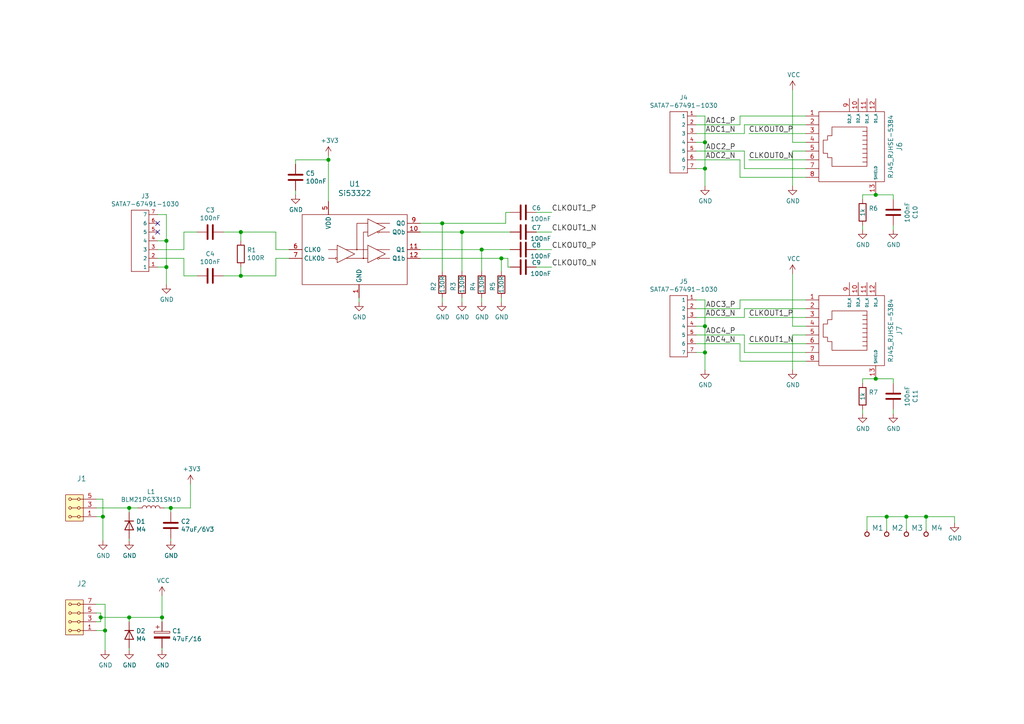
<source format=kicad_sch>
(kicad_sch (version 20210615) (generator eeschema)
  (paper "A4")
  (title_block (title "RFIQINT02A") (date "2021-04-14") (company "jacho@mlab.cz"))
  (lib_symbols
    (symbol "Device:C" (pin_numbers hide) (pin_names (offset 0.254))
      (property "Reference" "C" (at 0.635 2.54 0))
      (property "Value" "C" (at 0.635 -2.54 0))
      (symbol "C_0_1"
        (polyline (pts (xy -2.032 -0.762) (xy 2.032 -0.762)) (stroke (width 0.508)))
        (polyline (pts (xy -2.032 0.762) (xy 2.032 0.762)) (stroke (width 0.508)))
      )
      (symbol "C_1_1"
        (pin passive line (at 0 3.81 270) (length 2.794) (name "~") (number "1"))
        (pin passive line (at 0 -3.81 90) (length 2.794) (name "~") (number "2"))
      )
    )
    (symbol "Device:CP" (pin_numbers hide) (pin_names (offset 0.254))
      (property "Reference" "C" (at 0.635 2.54 0))
      (property "Value" "CP" (at 0.635 -2.54 0))
      (symbol "CP_0_1"
        (rectangle (start -2.286 0.508) (end 2.286 1.016))
        (rectangle (start 2.286 -0.508) (end -2.286 -1.016) (fill (type outline)))
        (polyline (pts (xy -1.778 2.286) (xy -0.762 2.286)))
        (polyline (pts (xy -1.27 2.794) (xy -1.27 1.778)))
      )
      (symbol "CP_1_1"
        (pin passive line (at 0 3.81 270) (length 2.794) (name "~") (number "1"))
        (pin passive line (at 0 -3.81 90) (length 2.794) (name "~") (number "2"))
      )
    )
    (symbol "Device:D" (pin_numbers hide) (pin_names hide)
      (property "Reference" "D" (at 0 2.54 0))
      (property "Value" "D" (at 0 -2.54 0))
      (symbol "D_0_1"
        (polyline (pts (xy -1.27 1.27) (xy -1.27 -1.27)) (stroke (width 0.254)))
        (polyline (pts (xy 1.27 0) (xy -1.27 0)))
        (polyline (pts (xy 1.27 1.27) (xy 1.27 -1.27) (xy -1.27 0) (xy 1.27 1.27)) (stroke (width 0.254)))
      )
      (symbol "D_1_1"
        (pin passive line (at -3.81 0 0) (length 2.54) (name "K") (number "1"))
        (pin passive line (at 3.81 0 180) (length 2.54) (name "A") (number "2"))
      )
    )
    (symbol "Device:L" (pin_numbers hide) (pin_names hide)
      (property "Reference" "L" (at -1.27 0 90))
      (property "Value" "L" (at 1.905 0 90))
      (symbol "L_0_1"
        (arc (start 0 -2.54) (end 0 -1.27) (radius (at 0 -1.905) (length 0.635) (angles -89.9 89.9)))
        (arc (start 0 -1.27) (end 0 0) (radius (at 0 -0.635) (length 0.635) (angles -89.9 89.9)))
        (arc (start 0 0) (end 0 1.27) (radius (at 0 0.635) (length 0.635) (angles -89.9 89.9)))
        (arc (start 0 1.27) (end 0 2.54) (radius (at 0 1.905) (length 0.635) (angles -89.9 89.9)))
      )
      (symbol "L_1_1"
        (pin passive line (at 0 3.81 270) (length 1.27) (name "1") (number "1"))
        (pin passive line (at 0 -3.81 90) (length 1.27) (name "2") (number "2"))
      )
    )
    (symbol "Device:R" (pin_numbers hide) (pin_names (offset 0))
      (property "Reference" "R" (at 2.032 0 90))
      (property "Value" "R" (at 0 0 90))
      (symbol "R_0_1"
        (rectangle (start -1.016 -2.54) (end 1.016 2.54) (stroke (width 0.254)))
      )
      (symbol "R_1_1"
        (pin passive line (at 0 3.81 270) (length 1.27) (name "~") (number "1"))
        (pin passive line (at 0 -3.81 90) (length 1.27) (name "~") (number "2"))
      )
    )
    (symbol "MLAB_CONNECTORS:RJ45_RJHSE-5384"
      (property "Reference" "J" (at -8.89 12.7 0))
      (property "Value" "RJ45_RJHSE-5384" (at 11.43 -1.27 90))
      (symbol "RJ45_RJHSE-5384_0_1"
        (rectangle (start -10.16 -7.62) (end 10.16 11.43))
        (polyline (pts (xy -4.445 5.08) (xy -4.445 6.35) (xy -4.445 6.35)))
        (polyline (pts (xy -3.175 6.35) (xy -3.175 5.08) (xy -3.175 5.08)))
        (polyline (pts (xy -1.905 6.35) (xy -1.905 5.08) (xy -1.905 5.08)))
        (polyline (pts (xy -0.635 6.35) (xy -0.635 5.08) (xy -0.635 5.08)))
        (polyline (pts (xy 0.635 6.35) (xy 0.635 5.08) (xy 0.635 5.08)))
        (polyline (pts (xy 1.905 6.35) (xy 1.905 5.08) (xy 1.905 5.08)))
        (polyline (pts (xy 3.175 5.08) (xy 3.175 6.35) (xy 3.175 6.35)))
        (polyline (pts (xy 4.445 5.08) (xy 4.445 6.35) (xy 4.445 6.35)))
        (polyline (pts (xy -5.715 6.35) (xy 5.715 6.35) (xy 5.715 -3.81) (xy 3.175 -3.81) (xy 3.175 -5.08) (xy 1.905 -5.08) (xy 1.905 -6.35) (xy -1.905 -6.35) (xy -1.905 -5.08) (xy -3.175 -5.08) (xy -3.175 -3.81) (xy -5.715 -3.81) (xy -5.715 6.35) (xy -5.715 6.35)))
      )
      (symbol "RJ45_RJHSE-5384_1_1"
        (pin passive line (at -8.89 -11.43 90) (length 3.81) (name "~") (number "1"))
        (pin unspecified line (at -13.97 3.81 0) (length 3.81) (name "D2_A") (number "10"))
        (pin unspecified line (at -13.97 6.35 0) (length 3.81) (name "D1_K") (number "11"))
        (pin unspecified line (at -13.97 8.89 0) (length 3.81) (name "D1_A") (number "12"))
        (pin passive line (at 13.97 8.89 180) (length 3.81) (name "SHIELD") (number "13"))
        (pin passive line (at -6.35 -11.43 90) (length 3.81) (name "~") (number "2"))
        (pin passive line (at -3.81 -11.43 90) (length 3.81) (name "~") (number "3"))
        (pin passive line (at -1.27 -11.43 90) (length 3.81) (name "~") (number "4"))
        (pin passive line (at 1.27 -11.43 90) (length 3.81) (name "~") (number "5"))
        (pin passive line (at 3.81 -11.43 90) (length 3.81) (name "~") (number "6"))
        (pin passive line (at 6.35 -11.43 90) (length 3.81) (name "~") (number "7"))
        (pin passive line (at 8.89 -11.43 90) (length 3.81) (name "~") (number "8"))
        (pin unspecified line (at -13.97 1.27 0) (length 3.81) (name "D2_K") (number "9"))
      )
    )
    (symbol "MLAB_CONNECTORS:SATA7-67491-1030"
      (property "Reference" "J" (at -2.54 10.16 0))
      (property "Value" "SATA7-67491-1030" (at -2.54 -11.43 0))
      (symbol "SATA7-67491-1030_1_0"
        (polyline (pts (xy -2.54 -8.89) (xy 2.54 -8.89)))
        (polyline (pts (xy -2.54 8.89) (xy -2.54 -8.89)))
        (polyline (pts (xy 2.54 -8.89) (xy 2.54 8.89)))
        (polyline (pts (xy 2.54 8.89) (xy -2.54 8.89)))
      )
      (symbol "SATA7-67491-1030_1_1"
        (pin passive line (at -5.08 7.62 0) (length 2.54) (name "1") (number "1"))
        (pin passive line (at -5.08 5.08 0) (length 2.54) (name "2") (number "2"))
        (pin passive line (at -5.08 2.54 0) (length 2.54) (name "3") (number "3"))
        (pin passive line (at -5.08 0 0) (length 2.54) (name "4") (number "4"))
        (pin passive line (at -5.08 -2.54 0) (length 2.54) (name "5") (number "5"))
        (pin passive line (at -5.08 -5.08 0) (length 2.54) (name "6") (number "6"))
        (pin passive line (at -5.08 -7.62 0) (length 2.54) (name "7") (number "7"))
      )
    )
    (symbol "MLAB_HEADER:HEADER_2x03_PARALLEL"
      (property "Reference" "J" (at 0 -5.08 0))
      (property "Value" "HEADER_2x03_PARALLEL" (at 0 5.08 0))
      (symbol "HEADER_2x03_PARALLEL_0_1"
        (circle (center -1.27 -2.54) (radius 0.381))
        (circle (center -1.27 0) (radius 0.381))
        (circle (center -1.27 2.54) (radius 0.381))
        (circle (center 1.27 -2.54) (radius 0.381))
        (circle (center 1.27 0) (radius 0.381))
        (circle (center 1.27 2.54) (radius 0.381))
        (rectangle (start -2.54 3.81) (end 2.54 -3.81) (fill (type background)))
        (polyline (pts (xy -1.651 -2.54) (xy -2.54 -2.54)))
        (polyline (pts (xy -1.651 0) (xy -2.54 0)))
        (polyline (pts (xy -1.651 2.54) (xy -2.54 2.54)))
        (polyline (pts (xy -0.889 -2.54) (xy 0.889 -2.54)))
        (polyline (pts (xy -0.889 0) (xy 0.889 0)))
        (polyline (pts (xy -0.889 2.54) (xy 0.889 2.54)))
      )
      (symbol "HEADER_2x03_PARALLEL_1_1"
        (pin input line (at -6.35 2.54 0) (length 3.81) (name "~") (number "1"))
        (pin input line (at -6.35 2.54 0) (length 3.81) hide (name "~") (number "2"))
        (pin input line (at -6.35 0 0) (length 3.81) (name "~") (number "3"))
        (pin input line (at -6.35 0 0) (length 3.81) hide (name "~") (number "4"))
        (pin input line (at -6.35 -2.54 0) (length 3.81) (name "~") (number "5"))
        (pin input line (at -6.35 -2.54 0) (length 3.81) hide (name "~") (number "6"))
      )
    )
    (symbol "MLAB_HEADER:HEADER_2x04_PARALLEL"
      (property "Reference" "J" (at 0 -6.35 0))
      (property "Value" "HEADER_2x04_PARALLEL" (at 0 6.35 0))
      (symbol "HEADER_2x04_PARALLEL_0_1"
        (circle (center -1.27 -3.81) (radius 0.381))
        (circle (center -1.27 -1.27) (radius 0.381))
        (circle (center -1.27 1.27) (radius 0.381))
        (circle (center -1.27 3.81) (radius 0.381))
        (circle (center 1.27 -3.81) (radius 0.381))
        (circle (center 1.27 -1.27) (radius 0.381))
        (circle (center 1.27 1.27) (radius 0.381))
        (circle (center 1.27 3.81) (radius 0.381))
        (rectangle (start -2.54 5.08) (end 2.54 -5.08) (fill (type background)))
        (polyline (pts (xy -1.651 -3.81) (xy -2.54 -3.81)))
        (polyline (pts (xy -1.651 -1.27) (xy -2.54 -1.27)))
        (polyline (pts (xy -1.651 1.27) (xy -2.54 1.27)))
        (polyline (pts (xy -1.651 3.81) (xy -2.54 3.81)))
        (polyline (pts (xy -0.889 -3.81) (xy 0.889 -3.81)))
        (polyline (pts (xy -0.889 -1.27) (xy 0.889 -1.27)))
        (polyline (pts (xy -0.889 1.27) (xy 0.889 1.27)))
        (polyline (pts (xy -0.889 3.81) (xy 0.889 3.81)))
      )
      (symbol "HEADER_2x04_PARALLEL_1_1"
        (pin input line (at -6.35 3.81 0) (length 3.81) (name "~") (number "1"))
        (pin input line (at -6.35 3.81 0) (length 3.81) hide (name "~") (number "2"))
        (pin input line (at -6.35 1.27 0) (length 3.81) (name "~") (number "3"))
        (pin input line (at -6.35 1.27 0) (length 3.81) hide (name "~") (number "4"))
        (pin input line (at -6.35 -1.27 0) (length 3.81) (name "~") (number "5"))
        (pin input line (at -6.35 -1.27 0) (length 3.81) hide (name "~") (number "6"))
        (pin input line (at -6.35 -3.81 0) (length 3.81) (name "~") (number "7"))
        (pin input line (at -6.35 -3.81 0) (length 3.81) hide (name "~") (number "8"))
      )
    )
    (symbol "MLAB_IO:Si53322"
      (property "Reference" "U" (at -17.78 10.16 0))
      (property "Value" "Si53322" (at 7.62 -10.16 0))
      (symbol "Si53322_0_1"
        (circle (center -0.635 -2.54) (radius 0.127))
        (circle (center 1.27 -5.08) (radius 0.127))
        (circle (center -6.604 -5.08) (radius 0.254) (fill (type background)))
        (circle (center 5.588 -5.08) (radius 0.254) (fill (type background)))
        (circle (center 5.588 2.54) (radius 0.254) (fill (type background)))
        (rectangle (start -16.51 7.62) (end 13.97 -12.7))
        (polyline (pts (xy -8.89 -5.08) (xy -6.858 -5.08)))
        (polyline (pts (xy -8.89 -2.54) (xy -6.35 -2.54)))
        (polyline (pts (xy 2.54 -5.08) (xy -3.81 -5.08)))
        (polyline (pts (xy 6.35 -5.08) (xy 5.842 -5.08)))
        (polyline (pts (xy 6.35 -2.54) (xy 5.08 -2.54)))
        (polyline (pts (xy 6.35 2.54) (xy 5.842 2.54)))
        (polyline (pts (xy 6.35 5.08) (xy 5.08 5.08)))
        (polyline (pts (xy 8.89 -5.08) (xy 6.35 -5.08)))
        (polyline (pts (xy 8.89 -2.54) (xy 6.35 -2.54)))
        (polyline (pts (xy 8.89 2.54) (xy 6.35 2.54)))
        (polyline (pts (xy 8.89 5.08) (xy 6.35 5.08)))
        (polyline (pts (xy 2.54 -2.54) (xy 0 -2.54) (xy -3.81 -2.54)))
        (polyline (pts (xy 2.54 2.54) (xy 1.27 2.54) (xy 1.27 -5.08)))
        (polyline (pts (xy 2.54 5.08) (xy -0.635 5.08) (xy -0.635 -2.54)))
        (polyline (pts (xy -6.35 -1.27) (xy -6.35 -6.35) (xy -1.27 -3.81) (xy -6.35 -1.27)))
        (polyline (pts (xy 2.54 -1.27) (xy 2.54 -6.35) (xy 7.62 -3.81) (xy 2.54 -1.27)))
        (polyline (pts (xy 2.54 6.35) (xy 2.54 1.27) (xy 7.62 3.81) (xy 2.54 6.35)))
      )
      (symbol "Si53322_1_1"
        (pin input line (at 0 -16.51 90) (length 3.81) (name "GND") (number "1"))
        (pin input line (at 17.78 2.54 180) (length 3.81) (name "Q0b") (number "10"))
        (pin input line (at 17.78 -2.54 180) (length 3.81) (name "Q1") (number "11"))
        (pin input line (at 17.78 -5.08 180) (length 3.81) (name "Q1b") (number "12"))
        (pin input line (at 0 -16.51 90) (length 3.81) hide (name "GND") (number "17"))
        (pin input line (at -8.89 11.43 270) (length 3.81) (name "VDD") (number "5"))
        (pin input line (at -20.32 -2.54 0) (length 3.81) (name "CLK0") (number "6"))
        (pin input line (at -20.32 -5.08 0) (length 3.81) (name "CLK0b") (number "7"))
        (pin input line (at 17.78 5.08 180) (length 3.81) (name "Q0") (number "9"))
      )
    )
    (symbol "MLAB_MECHANICAL:HOLE" (pin_numbers hide) (pin_names hide)
      (property "Reference" "M" (at 0 2.54 0))
      (property "Value" "HOLE" (at 0 -2.54 0))
      (symbol "HOLE_0_1"
        (circle (center 0 0) (radius 0.635) (stroke (width 0.254)))
      )
      (symbol "HOLE_1_1"
        (pin input line (at 1.27 0 180) (length 0.635) (name "~") (number "1"))
      )
    )
    (symbol "power:+3V3" (power) (pin_names (offset 0))
      (property "Value" "+3V3" (at 0 3.556 0))
      (symbol "+3V3_0_1"
        (polyline (pts (xy -0.762 1.27) (xy 0 2.54)))
        (polyline (pts (xy 0 0) (xy 0 2.54)))
        (polyline (pts (xy 0 2.54) (xy 0.762 1.27)))
      )
      (symbol "+3V3_1_1"
        (pin power_in line (at 0 0 90) (length 0) hide (name "+3V3") (number "1"))
      )
    )
    (symbol "power:GND" (power) (pin_names (offset 0))
      (property "Value" "GND" (at 0 -3.81 0))
      (symbol "GND_0_1"
        (polyline (pts (xy 0 0) (xy 0 -1.27) (xy 1.27 -1.27) (xy 0 -2.54) (xy -1.27 -1.27) (xy 0 -1.27)))
      )
      (symbol "GND_1_1"
        (pin power_in line (at 0 0 270) (length 0) hide (name "GND") (number "1"))
      )
    )
    (symbol "power:VCC" (power) (pin_names (offset 0))
      (property "Value" "VCC" (at 0 3.81 0))
      (symbol "VCC_0_1"
        (polyline (pts (xy -0.762 1.27) (xy 0 2.54)))
        (polyline (pts (xy 0 0) (xy 0 2.54)))
        (polyline (pts (xy 0 2.54) (xy 0.762 1.27)))
      )
      (symbol "VCC_1_1"
        (pin power_in line (at 0 0 90) (length 0) hide (name "VCC") (number "1"))
      )
    )
  )
  (junction (at 29.21 179.07) (diameter 1.016))
  (junction (at 29.845 149.86) (diameter 1.016))
  (junction (at 30.48 182.88) (diameter 1.016))
  (junction (at 37.465 147.32) (diameter 1.016))
  (junction (at 37.465 179.07) (diameter 1.016))
  (junction (at 46.99 179.07) (diameter 1.016))
  (junction (at 48.26 69.85) (diameter 1.016))
  (junction (at 48.26 77.47) (diameter 1.016))
  (junction (at 49.53 147.32) (diameter 1.016))
  (junction (at 69.85 67.31) (diameter 1.016))
  (junction (at 69.85 80.01) (diameter 1.016))
  (junction (at 95.25 46.355) (diameter 1.016))
  (junction (at 128.27 64.77) (diameter 1.016))
  (junction (at 133.985 67.31) (diameter 1.016))
  (junction (at 139.7 72.39) (diameter 1.016))
  (junction (at 145.415 74.93) (diameter 1.016))
  (junction (at 204.47 41.275) (diameter 1.016))
  (junction (at 204.47 48.895) (diameter 1.016))
  (junction (at 204.47 94.615) (diameter 1.016))
  (junction (at 204.47 102.235) (diameter 1.016))
  (junction (at 254 56.515) (diameter 1.016))
  (junction (at 254 109.855) (diameter 1.016))
  (junction (at 257.175 149.86) (diameter 1.016))
  (junction (at 262.89 149.86) (diameter 1.016))
  (junction (at 268.605 149.86) (diameter 1.016))
  (no_connect (at 45.72 64.77))
  (no_connect (at 45.72 67.31))
  (wire (pts (xy 27.94 144.78) (xy 29.845 144.78)))
  (wire (pts (xy 27.94 147.32) (xy 37.465 147.32)))
  (wire (pts (xy 27.94 149.86) (xy 29.845 149.86)))
  (wire (pts (xy 27.94 175.26) (xy 30.48 175.26)))
  (wire (pts (xy 27.94 177.8) (xy 29.21 177.8)))
  (wire (pts (xy 27.94 180.34) (xy 29.21 180.34)))
  (wire (pts (xy 29.21 177.8) (xy 29.21 179.07)))
  (wire (pts (xy 29.21 179.07) (xy 29.21 180.34)))
  (wire (pts (xy 29.21 179.07) (xy 37.465 179.07)))
  (wire (pts (xy 29.845 144.78) (xy 29.845 149.86)))
  (wire (pts (xy 29.845 149.86) (xy 29.845 156.845)))
  (wire (pts (xy 30.48 175.26) (xy 30.48 182.88)))
  (wire (pts (xy 30.48 182.88) (xy 27.94 182.88)))
  (wire (pts (xy 30.48 182.88) (xy 30.48 188.595)))
  (wire (pts (xy 37.465 147.32) (xy 37.465 148.59)))
  (wire (pts (xy 37.465 147.32) (xy 40.005 147.32)))
  (wire (pts (xy 37.465 156.21) (xy 37.465 156.845)))
  (wire (pts (xy 37.465 179.07) (xy 37.465 180.34)))
  (wire (pts (xy 37.465 179.07) (xy 46.99 179.07)))
  (wire (pts (xy 37.465 187.96) (xy 37.465 188.595)))
  (wire (pts (xy 45.72 62.23) (xy 48.26 62.23)))
  (wire (pts (xy 45.72 69.85) (xy 48.26 69.85)))
  (wire (pts (xy 45.72 72.39) (xy 53.34 72.39)))
  (wire (pts (xy 45.72 74.93) (xy 53.34 74.93)))
  (wire (pts (xy 45.72 77.47) (xy 48.26 77.47)))
  (wire (pts (xy 46.99 172.72) (xy 46.99 179.07)))
  (wire (pts (xy 46.99 179.07) (xy 46.99 180.34)))
  (wire (pts (xy 46.99 187.96) (xy 46.99 188.595)))
  (wire (pts (xy 47.625 147.32) (xy 49.53 147.32)))
  (wire (pts (xy 48.26 62.23) (xy 48.26 69.85)))
  (wire (pts (xy 48.26 69.85) (xy 48.26 77.47)))
  (wire (pts (xy 48.26 77.47) (xy 48.26 82.55)))
  (wire (pts (xy 49.53 147.32) (xy 49.53 148.59)))
  (wire (pts (xy 49.53 147.32) (xy 55.245 147.32)))
  (wire (pts (xy 49.53 156.21) (xy 49.53 156.845)))
  (wire (pts (xy 53.34 67.31) (xy 57.15 67.31)))
  (wire (pts (xy 53.34 72.39) (xy 53.34 67.31)))
  (wire (pts (xy 53.34 74.93) (xy 53.34 80.01)))
  (wire (pts (xy 53.34 80.01) (xy 57.15 80.01)))
  (wire (pts (xy 55.245 147.32) (xy 55.245 140.335)))
  (wire (pts (xy 64.77 67.31) (xy 69.85 67.31)))
  (wire (pts (xy 64.77 80.01) (xy 69.85 80.01)))
  (wire (pts (xy 69.85 67.31) (xy 69.85 69.85)))
  (wire (pts (xy 69.85 67.31) (xy 80.01 67.31)))
  (wire (pts (xy 69.85 80.01) (xy 69.85 77.47)))
  (wire (pts (xy 69.85 80.01) (xy 80.01 80.01)))
  (wire (pts (xy 80.01 67.31) (xy 80.01 72.39)))
  (wire (pts (xy 80.01 72.39) (xy 83.82 72.39)))
  (wire (pts (xy 80.01 74.93) (xy 83.82 74.93)))
  (wire (pts (xy 80.01 80.01) (xy 80.01 74.93)))
  (wire (pts (xy 85.725 46.355) (xy 95.25 46.355)))
  (wire (pts (xy 85.725 47.625) (xy 85.725 46.355)))
  (wire (pts (xy 85.725 55.245) (xy 85.725 56.515)))
  (wire (pts (xy 95.25 45.085) (xy 95.25 46.355)))
  (wire (pts (xy 95.25 46.355) (xy 95.25 58.42)))
  (wire (pts (xy 104.14 86.36) (xy 104.14 87.63)))
  (wire (pts (xy 121.92 64.77) (xy 128.27 64.77)))
  (wire (pts (xy 121.92 67.31) (xy 133.985 67.31)))
  (wire (pts (xy 121.92 72.39) (xy 139.7 72.39)))
  (wire (pts (xy 121.92 74.93) (xy 145.415 74.93)))
  (wire (pts (xy 128.27 64.77) (xy 128.27 78.74)))
  (wire (pts (xy 128.27 64.77) (xy 146.685 64.77)))
  (wire (pts (xy 128.27 86.36) (xy 128.27 87.63)))
  (wire (pts (xy 133.985 67.31) (xy 133.985 78.74)))
  (wire (pts (xy 133.985 67.31) (xy 147.955 67.31)))
  (wire (pts (xy 133.985 86.36) (xy 133.985 87.63)))
  (wire (pts (xy 139.7 72.39) (xy 139.7 78.74)))
  (wire (pts (xy 139.7 72.39) (xy 147.955 72.39)))
  (wire (pts (xy 139.7 86.36) (xy 139.7 87.63)))
  (wire (pts (xy 145.415 74.93) (xy 145.415 78.74)))
  (wire (pts (xy 145.415 74.93) (xy 147.32 74.93)))
  (wire (pts (xy 145.415 86.36) (xy 145.415 87.63)))
  (wire (pts (xy 146.685 61.595) (xy 147.955 61.595)))
  (wire (pts (xy 146.685 64.77) (xy 146.685 61.595)))
  (wire (pts (xy 147.32 74.93) (xy 147.32 77.47)))
  (wire (pts (xy 147.32 77.47) (xy 147.955 77.47)))
  (wire (pts (xy 155.575 61.595) (xy 160.02 61.595)))
  (wire (pts (xy 155.575 67.31) (xy 160.02 67.31)))
  (wire (pts (xy 155.575 72.39) (xy 160.02 72.39)))
  (wire (pts (xy 155.575 77.47) (xy 160.02 77.47)))
  (wire (pts (xy 201.93 33.655) (xy 204.47 33.655)))
  (wire (pts (xy 201.93 36.195) (xy 214.63 36.195)))
  (wire (pts (xy 201.93 38.735) (xy 215.9 38.735)))
  (wire (pts (xy 201.93 41.275) (xy 204.47 41.275)))
  (wire (pts (xy 201.93 43.815) (xy 215.9 43.815)))
  (wire (pts (xy 201.93 48.895) (xy 204.47 48.895)))
  (wire (pts (xy 201.93 86.995) (xy 204.47 86.995)))
  (wire (pts (xy 201.93 89.535) (xy 214.63 89.535)))
  (wire (pts (xy 201.93 92.075) (xy 215.9 92.075)))
  (wire (pts (xy 201.93 94.615) (xy 204.47 94.615)))
  (wire (pts (xy 201.93 97.155) (xy 215.9 97.155)))
  (wire (pts (xy 201.93 102.235) (xy 204.47 102.235)))
  (wire (pts (xy 204.47 33.655) (xy 204.47 41.275)))
  (wire (pts (xy 204.47 41.275) (xy 204.47 48.895)))
  (wire (pts (xy 204.47 48.895) (xy 204.47 53.975)))
  (wire (pts (xy 204.47 86.995) (xy 204.47 94.615)))
  (wire (pts (xy 204.47 94.615) (xy 204.47 102.235)))
  (wire (pts (xy 204.47 102.235) (xy 204.47 107.315)))
  (wire (pts (xy 214.63 33.655) (xy 233.68 33.655)))
  (wire (pts (xy 214.63 36.195) (xy 214.63 33.655)))
  (wire (pts (xy 214.63 46.355) (xy 201.93 46.355)))
  (wire (pts (xy 214.63 51.435) (xy 214.63 46.355)))
  (wire (pts (xy 214.63 86.995) (xy 233.68 86.995)))
  (wire (pts (xy 214.63 89.535) (xy 214.63 86.995)))
  (wire (pts (xy 214.63 99.695) (xy 201.93 99.695)))
  (wire (pts (xy 214.63 104.775) (xy 214.63 99.695)))
  (wire (pts (xy 215.9 36.195) (xy 233.68 36.195)))
  (wire (pts (xy 215.9 38.735) (xy 215.9 36.195)))
  (wire (pts (xy 215.9 43.815) (xy 215.9 48.895)))
  (wire (pts (xy 215.9 48.895) (xy 233.68 48.895)))
  (wire (pts (xy 215.9 89.535) (xy 233.68 89.535)))
  (wire (pts (xy 215.9 92.075) (xy 215.9 89.535)))
  (wire (pts (xy 215.9 97.155) (xy 215.9 102.235)))
  (wire (pts (xy 215.9 102.235) (xy 233.68 102.235)))
  (wire (pts (xy 217.17 38.735) (xy 233.68 38.735)))
  (wire (pts (xy 217.17 46.355) (xy 233.68 46.355)))
  (wire (pts (xy 217.17 92.075) (xy 233.68 92.075)))
  (wire (pts (xy 217.17 99.695) (xy 233.68 99.695)))
  (wire (pts (xy 229.87 26.035) (xy 229.87 41.275)))
  (wire (pts (xy 229.87 41.275) (xy 233.68 41.275)))
  (wire (pts (xy 229.87 43.815) (xy 229.87 53.975)))
  (wire (pts (xy 229.87 79.375) (xy 229.87 94.615)))
  (wire (pts (xy 229.87 94.615) (xy 233.68 94.615)))
  (wire (pts (xy 229.87 97.155) (xy 229.87 107.315)))
  (wire (pts (xy 233.68 43.815) (xy 229.87 43.815)))
  (wire (pts (xy 233.68 51.435) (xy 214.63 51.435)))
  (wire (pts (xy 233.68 97.155) (xy 229.87 97.155)))
  (wire (pts (xy 233.68 104.775) (xy 214.63 104.775)))
  (wire (pts (xy 250.19 56.515) (xy 254 56.515)))
  (wire (pts (xy 250.19 57.785) (xy 250.19 56.515)))
  (wire (pts (xy 250.19 65.405) (xy 250.19 66.675)))
  (wire (pts (xy 250.19 109.855) (xy 254 109.855)))
  (wire (pts (xy 250.19 111.125) (xy 250.19 109.855)))
  (wire (pts (xy 250.19 118.745) (xy 250.19 120.015)))
  (wire (pts (xy 251.46 149.86) (xy 257.175 149.86)))
  (wire (pts (xy 251.46 153.67) (xy 251.46 149.86)))
  (wire (pts (xy 254 56.515) (xy 259.08 56.515)))
  (wire (pts (xy 254 109.855) (xy 259.08 109.855)))
  (wire (pts (xy 257.175 149.86) (xy 257.175 153.67)))
  (wire (pts (xy 257.175 149.86) (xy 262.89 149.86)))
  (wire (pts (xy 259.08 56.515) (xy 259.08 57.785)))
  (wire (pts (xy 259.08 65.405) (xy 259.08 66.675)))
  (wire (pts (xy 259.08 109.855) (xy 259.08 111.125)))
  (wire (pts (xy 259.08 118.745) (xy 259.08 120.015)))
  (wire (pts (xy 262.89 149.86) (xy 262.89 153.67)))
  (wire (pts (xy 262.89 149.86) (xy 268.605 149.86)))
  (wire (pts (xy 268.605 149.86) (xy 268.605 153.67)))
  (wire (pts (xy 268.605 149.86) (xy 276.86 149.86)))
  (wire (pts (xy 276.86 149.86) (xy 276.86 151.765)))
  (label "CLKOUT1_P" (at 160.02 61.595 0) (effects (font (size 1.524 1.524))))
  (label "CLKOUT1_N" (at 160.02 67.31 0) (effects (font (size 1.524 1.524))))
  (label "CLKOUT0_P" (at 160.02 72.39 0) (effects (font (size 1.524 1.524))))
  (label "CLKOUT0_N" (at 160.02 77.47 0) (effects (font (size 1.524 1.524))))
  (label "ADC1_P" (at 213.36 36.195 180) (effects (font (size 1.524 1.524))))
  (label "ADC1_N" (at 213.36 38.735 180) (effects (font (size 1.524 1.524))))
  (label "ADC2_P" (at 213.36 43.815 180) (effects (font (size 1.524 1.524))))
  (label "ADC2_N" (at 213.36 46.355 180) (effects (font (size 1.524 1.524))))
  (label "ADC3_P" (at 213.36 89.535 180) (effects (font (size 1.524 1.524))))
  (label "ADC3_N" (at 213.36 92.075 180) (effects (font (size 1.524 1.524))))
  (label "ADC4_P" (at 213.36 97.155 180) (effects (font (size 1.524 1.524))))
  (label "ADC4_N" (at 213.36 99.695 180) (effects (font (size 1.524 1.524))))
  (label "CLKOUT0_P" (at 217.17 38.735 0) (effects (font (size 1.524 1.524))))
  (label "CLKOUT0_N" (at 217.17 46.355 0) (effects (font (size 1.524 1.524))))
  (label "CLKOUT1_P" (at 217.17 92.075 0) (effects (font (size 1.524 1.524))))
  (label "CLKOUT1_N" (at 217.17 99.695 0) (effects (font (size 1.524 1.524))))
  (symbol (lib_id "MLAB_MECHANICAL:HOLE") (at 251.46 154.94 90) (unit 1)
    (property "Reference" "M1" (at 252.8571 153.1417 90) (effects (font (size 1.524 1.524)) (justify right)))
    (property "Value" "HOLE" (effects hide))
    (property "Footprint" "Mlab_Mechanical:MountingHole_3mm" (effects hide))
  )
  (symbol (lib_id "MLAB_MECHANICAL:HOLE") (at 257.175 154.94 90) (unit 1)
    (property "Reference" "M2" (at 258.5721 153.1417 90) (effects (font (size 1.524 1.524)) (justify right)))
    (property "Value" "HOLE" (effects hide))
    (property "Footprint" "Mlab_Mechanical:MountingHole_3mm" (effects hide))
  )
  (symbol (lib_id "MLAB_MECHANICAL:HOLE") (at 262.89 154.94 90) (unit 1)
    (property "Reference" "M3" (at 264.2871 153.1417 90) (effects (font (size 1.524 1.524)) (justify right)))
    (property "Value" "HOLE" (effects hide))
    (property "Footprint" "Mlab_Mechanical:MountingHole_3mm" (effects hide))
  )
  (symbol (lib_id "MLAB_MECHANICAL:HOLE") (at 268.605 154.94 90) (unit 1)
    (property "Reference" "M4" (at 270.0021 153.1417 90) (effects (font (size 1.524 1.524)) (justify right)))
    (property "Value" "HOLE" (effects hide))
    (property "Footprint" "Mlab_Mechanical:MountingHole_3mm" (effects hide))
  )
  (symbol (lib_id "power:VCC") (at 46.99 172.72 0) (unit 1)
    (property "Reference" "#PWR0110" (effects hide))
    (property "Value" "VCC" (at 47.3583 168.3956 0))
  )
  (symbol (lib_id "power:+3V3") (at 55.245 140.335 0) (unit 1)
    (property "Reference" "#PWR0116" (effects hide))
    (property "Value" "+3V3" (at 55.6133 136.0106 0))
  )
  (symbol (lib_id "power:+3V3") (at 95.25 45.085 0) (unit 1)
    (property "Reference" "#PWR0101" (effects hide))
    (property "Value" "+3V3" (at 95.6183 40.7606 0))
  )
  (symbol (lib_id "power:VCC") (at 229.87 26.035 0) (unit 1)
    (property "Reference" "#PWR0127" (effects hide))
    (property "Value" "VCC" (at 230.2383 21.7106 0))
  )
  (symbol (lib_id "power:VCC") (at 229.87 79.375 0) (unit 1)
    (property "Reference" "#PWR0119" (effects hide))
    (property "Value" "VCC" (at 230.2383 75.0506 0))
  )
  (symbol (lib_id "power:GND") (at 29.845 156.845 0) (unit 1)
    (property "Reference" "#PWR0111" (effects hide))
    (property "Value" "GND" (at 29.9593 161.1694 0))
  )
  (symbol (lib_id "power:GND") (at 30.48 188.595 0) (unit 1)
    (property "Reference" "#PWR0108" (effects hide))
    (property "Value" "GND" (at 30.5943 192.9194 0))
  )
  (symbol (lib_id "power:GND") (at 37.465 156.845 0) (unit 1)
    (property "Reference" "#PWR0112" (effects hide))
    (property "Value" "GND" (at 37.5793 161.1694 0))
  )
  (symbol (lib_id "power:GND") (at 37.465 188.595 0) (unit 1)
    (property "Reference" "#PWR0107" (effects hide))
    (property "Value" "GND" (at 37.5793 192.9194 0))
  )
  (symbol (lib_id "power:GND") (at 46.99 188.595 0) (unit 1)
    (property "Reference" "#PWR0109" (effects hide))
    (property "Value" "GND" (at 47.1043 192.9194 0))
  )
  (symbol (lib_id "power:GND") (at 48.26 82.55 0) (unit 1)
    (property "Reference" "#PWR0115" (effects hide))
    (property "Value" "GND" (at 48.3743 86.8744 0))
  )
  (symbol (lib_id "power:GND") (at 49.53 156.845 0) (unit 1)
    (property "Reference" "#PWR0113" (effects hide))
    (property "Value" "GND" (at 49.6443 161.1694 0))
  )
  (symbol (lib_id "power:GND") (at 85.725 56.515 0) (unit 1)
    (property "Reference" "#PWR0114" (effects hide))
    (property "Value" "GND" (at 85.8393 60.8394 0))
  )
  (symbol (lib_id "power:GND") (at 104.14 87.63 0) (unit 1)
    (property "Reference" "#PWR0104" (effects hide))
    (property "Value" "GND" (at 104.2543 91.9544 0))
  )
  (symbol (lib_id "power:GND") (at 128.27 87.63 0) (unit 1)
    (property "Reference" "#PWR0102" (effects hide))
    (property "Value" "GND" (at 128.3843 91.9544 0))
  )
  (symbol (lib_id "power:GND") (at 133.985 87.63 0) (unit 1)
    (property "Reference" "#PWR0103" (effects hide))
    (property "Value" "GND" (at 134.0993 91.9544 0))
  )
  (symbol (lib_id "power:GND") (at 139.7 87.63 0) (unit 1)
    (property "Reference" "#PWR0105" (effects hide))
    (property "Value" "GND" (at 139.8143 91.9544 0))
  )
  (symbol (lib_id "power:GND") (at 145.415 87.63 0) (unit 1)
    (property "Reference" "#PWR0106" (effects hide))
    (property "Value" "GND" (at 145.5293 91.9544 0))
  )
  (symbol (lib_id "power:GND") (at 204.47 53.975 0) (unit 1)
    (property "Reference" "#PWR0122" (effects hide))
    (property "Value" "GND" (at 204.5843 58.2994 0))
  )
  (symbol (lib_id "power:GND") (at 204.47 107.315 0) (unit 1)
    (property "Reference" "#PWR0117" (effects hide))
    (property "Value" "GND" (at 204.5843 111.6394 0))
  )
  (symbol (lib_id "power:GND") (at 229.87 53.975 0) (unit 1)
    (property "Reference" "#PWR0123" (effects hide))
    (property "Value" "GND" (at 229.9843 58.2994 0))
  )
  (symbol (lib_id "power:GND") (at 229.87 107.315 0) (unit 1)
    (property "Reference" "#PWR0118" (effects hide))
    (property "Value" "GND" (at 229.9843 111.6394 0))
  )
  (symbol (lib_id "power:GND") (at 250.19 66.675 0) (unit 1)
    (property "Reference" "#PWR0120" (effects hide))
    (property "Value" "GND" (at 250.3043 70.9994 0))
  )
  (symbol (lib_id "power:GND") (at 250.19 120.015 0) (unit 1)
    (property "Reference" "#PWR0125" (effects hide))
    (property "Value" "GND" (at 250.3043 124.3394 0))
  )
  (symbol (lib_id "power:GND") (at 259.08 66.675 0) (unit 1)
    (property "Reference" "#PWR0121" (effects hide))
    (property "Value" "GND" (at 259.1943 70.9994 0))
  )
  (symbol (lib_id "power:GND") (at 259.08 120.015 0) (unit 1)
    (property "Reference" "#PWR0126" (effects hide))
    (property "Value" "GND" (at 259.1943 124.3394 0))
  )
  (symbol (lib_id "power:GND") (at 276.86 151.765 0) (unit 1)
    (property "Reference" "#PWR0124" (effects hide))
    (property "Value" "GND" (at 276.9743 156.0894 0))
  )
  (symbol (lib_id "Device:L") (at 43.815 147.32 90) (unit 1)
    (property "Reference" "L1" (at 43.815 142.6018 90))
    (property "Value" "BLM21PG331SN1D" (at 43.815 144.901 90))
    (property "Footprint" "Mlab_R:SMD-0805" (effects hide))
    (property "UST_ID" "5c70984712875079b91f8b8a" (effects hide))
  )
  (symbol (lib_id "Device:R") (at 69.85 73.66 0) (unit 1)
    (property "Reference" "R1" (at 71.6281 72.5106 0) (effects (justify left)))
    (property "Value" "100R" (at 71.628 74.809 0) (effects (justify left)))
    (property "Footprint" "Mlab_R:SMD-0805" (effects hide))
    (property "UST_ID" "5c70984512875079b91f8977" (effects hide))
  )
  (symbol (lib_id "Device:R") (at 128.27 82.55 0) (unit 1)
    (property "Reference" "R2" (at 125.73 84.455 90) (effects (justify left)))
    (property "Value" "130R" (at 128.27 85.09 90) (effects (justify left)))
    (property "Footprint" "Mlab_R:SMD-0805" (effects hide))
    (property "UST_ID" "5c70984512875079b91f8979" (effects hide))
  )
  (symbol (lib_id "Device:R") (at 133.985 82.55 0) (unit 1)
    (property "Reference" "R3" (at 131.445 84.455 90) (effects (justify left)))
    (property "Value" "130R" (at 133.985 85.09 90) (effects (justify left)))
    (property "Footprint" "Mlab_R:SMD-0805" (effects hide))
    (property "UST_ID" "5c70984512875079b91f8979" (effects hide))
  )
  (symbol (lib_id "Device:R") (at 139.7 82.55 0) (unit 1)
    (property "Reference" "R4" (at 137.16 84.455 90) (effects (justify left)))
    (property "Value" "130R" (at 139.7 85.09 90) (effects (justify left)))
    (property "Footprint" "Mlab_R:SMD-0805" (effects hide))
    (property "UST_ID" "5c70984512875079b91f8979" (effects hide))
  )
  (symbol (lib_id "Device:R") (at 145.415 82.55 0) (unit 1)
    (property "Reference" "R5" (at 142.875 84.455 90) (effects (justify left)))
    (property "Value" "130R" (at 145.415 85.09 90) (effects (justify left)))
    (property "Footprint" "Mlab_R:SMD-0805" (effects hide))
    (property "UST_ID" "5c70984512875079b91f8979" (effects hide))
  )
  (symbol (lib_id "Device:R") (at 250.19 61.595 0) (unit 1)
    (property "Reference" "R6" (at 251.9681 60.4456 0) (effects (justify left)))
    (property "Value" "1k" (at 250.19 62.865 90) (effects (justify left)))
    (property "Footprint" "Mlab_R:SMD-0805" (effects hide))
    (property "UST_ID" "5c70984512875079b91f898c" (effects hide))
  )
  (symbol (lib_id "Device:R") (at 250.19 114.935 0) (unit 1)
    (property "Reference" "R7" (at 251.9681 113.7856 0) (effects (justify left)))
    (property "Value" "1k" (at 250.19 116.205 90) (effects (justify left)))
    (property "Footprint" "Mlab_R:SMD-0805" (effects hide))
    (property "UST_ID" "5c70984512875079b91f898c" (effects hide))
  )
  (symbol (lib_id "Device:D") (at 37.465 152.4 270) (unit 1)
    (property "Reference" "D1" (at 39.4971 151.2506 90) (effects (justify left)))
    (property "Value" "M4" (at 39.497 153.549 90) (effects (justify left)))
    (property "Footprint" "Mlab_D:Diode-SMA_Standard" (effects hide))
    (property "UST_ID" "5c70984512875079b91f88ac" (effects hide))
  )
  (symbol (lib_id "Device:D") (at 37.465 184.15 270) (unit 1)
    (property "Reference" "D2" (at 39.4971 183.0006 90) (effects (justify left)))
    (property "Value" "M4" (at 39.497 185.299 90) (effects (justify left)))
    (property "Footprint" "Mlab_D:Diode-SMA_Standard" (effects hide))
    (property "UST_ID" "5c70984512875079b91f88ac" (effects hide))
  )
  (symbol (lib_id "Device:CP") (at 46.99 184.15 0) (unit 1)
    (property "Reference" "C1" (at 49.9111 183.0006 0) (effects (justify left)))
    (property "Value" "47uF/16" (at 49.911 185.299 0) (effects (justify left)))
    (property "Footprint" "Mlab_C:TantalC_SizeC_Reflow" (effects hide))
    (property "UST_ID" "5c70984412875079b91f8867" (effects hide))
  )
  (symbol (lib_id "Device:C") (at 49.53 152.4 0) (unit 1)
    (property "Reference" "C2" (at 52.4511 151.2506 0) (effects (justify left)))
    (property "Value" "47uF/6V3" (at 52.451 153.549 0) (effects (justify left)))
    (property "Footprint" "Mlab_R:SMD-0805" (effects hide))
    (property "UST_ID" "5c70984812875079b91f8bbf" (effects hide))
  )
  (symbol (lib_id "Device:C") (at 60.96 67.31 90) (unit 1)
    (property "Reference" "C3" (at 60.96 60.9408 90))
    (property "Value" "100nF" (at 60.96 63.24 90))
    (property "Footprint" "Mlab_R:SMD-0805" (effects hide))
    (property "UST_ID" "5c70984712875079b91f8b4c" (effects hide))
  )
  (symbol (lib_id "Device:C") (at 60.96 80.01 90) (unit 1)
    (property "Reference" "C4" (at 60.96 73.6408 90))
    (property "Value" "100nF" (at 60.96 75.94 90))
    (property "Footprint" "Mlab_R:SMD-0805" (effects hide))
    (property "UST_ID" "5c70984712875079b91f8b4c" (effects hide))
  )
  (symbol (lib_id "Device:C") (at 85.725 51.435 0) (unit 1)
    (property "Reference" "C5" (at 88.6461 50.2856 0) (effects (justify left)))
    (property "Value" "100nF" (at 88.646 52.584 0) (effects (justify left)))
    (property "Footprint" "Mlab_R:SMD-0805" (effects hide))
    (property "UST_ID" "5c70984712875079b91f8b4c" (effects hide))
  )
  (symbol (lib_id "Device:C") (at 151.765 61.595 90) (unit 1)
    (property "Reference" "C6" (at 155.575 60.325 90))
    (property "Value" "100nF" (at 156.845 63.5 90))
    (property "Footprint" "Mlab_R:SMD-0805" (effects hide))
    (property "UST_ID" "5c70984712875079b91f8b4c" (effects hide))
  )
  (symbol (lib_id "Device:C") (at 151.765 67.31 90) (unit 1)
    (property "Reference" "C7" (at 155.575 66.04 90))
    (property "Value" "100nF" (at 156.845 69.215 90))
    (property "Footprint" "Mlab_R:SMD-0805" (effects hide))
    (property "UST_ID" "5c70984712875079b91f8b4c" (effects hide))
  )
  (symbol (lib_id "Device:C") (at 151.765 72.39 90) (unit 1)
    (property "Reference" "C8" (at 155.575 71.12 90))
    (property "Value" "100nF" (at 156.845 74.295 90))
    (property "Footprint" "Mlab_R:SMD-0805" (effects hide))
    (property "UST_ID" "5c70984712875079b91f8b4c" (effects hide))
  )
  (symbol (lib_id "Device:C") (at 151.765 77.47 90) (unit 1)
    (property "Reference" "C9" (at 155.575 76.2 90))
    (property "Value" "100nF" (at 156.845 79.375 90))
    (property "Footprint" "Mlab_R:SMD-0805" (effects hide))
    (property "UST_ID" "5c70984712875079b91f8b4c" (effects hide))
  )
  (symbol (lib_id "Device:C") (at 259.08 61.595 0) (unit 1)
    (property "Reference" "C10" (at 265.4492 61.595 90))
    (property "Value" "100nF" (at 263.15 61.595 90))
    (property "Footprint" "Mlab_R:SMD-0805" (effects hide))
    (property "UST_ID" "5c70984712875079b91f8b4c" (effects hide))
  )
  (symbol (lib_id "Device:C") (at 259.08 114.935 0) (unit 1)
    (property "Reference" "C11" (at 265.4492 114.935 90))
    (property "Value" "100nF" (at 263.15 114.935 90))
    (property "Footprint" "Mlab_R:SMD-0805" (effects hide))
    (property "UST_ID" "5c70984712875079b91f8b4c" (effects hide))
  )
  (symbol (lib_id "MLAB_HEADER:HEADER_2x03_PARALLEL") (at 21.59 147.32 180) (unit 1)
    (property "Reference" "J1" (at 23.6855 138.8135 0) (effects (font (size 1.524 1.524))))
    (property "Value" "HEADER_2x03_PARALLEL" (effects hide))
    (property "Footprint" "Mlab_Pin_Headers:Straight_2x03" (effects hide))
  )
  (symbol (lib_id "MLAB_HEADER:HEADER_2x04_PARALLEL") (at 21.59 179.07 180) (unit 1)
    (property "Reference" "J2" (at 23.6855 169.2935 0) (effects (font (size 1.524 1.524))))
    (property "Value" "HEADER_2x04_PARALLEL" (effects hide))
    (property "Footprint" "Mlab_Pin_Headers:Straight_2x04" (effects hide))
  )
  (symbol (lib_id "MLAB_CONNECTORS:SATA7-67491-1030") (at 40.64 69.85 180) (unit 1)
    (property "Reference" "J3" (at 42.1005 56.8768 0))
    (property "Value" "SATA7-67491-1030" (at 42.1005 59.1755 0))
    (property "Footprint" "Mlab_CON:SATA-7_THT_VERT_2" (effects hide))
    (property "UST_ID" "5c70984712875079b91f8a7b" (effects hide))
  )
  (symbol (lib_id "MLAB_CONNECTORS:SATA7-67491-1030") (at 196.85 41.275 0) (mirror y) (unit 1)
    (property "Reference" "J4" (at 198.3105 28.3018 0))
    (property "Value" "SATA7-67491-1030" (at 198.3105 30.6005 0))
    (property "Footprint" "Mlab_CON:SATA-7_THT_VERT_2" (effects hide))
    (property "UST_ID" "5c70984712875079b91f8a7b" (effects hide))
  )
  (symbol (lib_id "MLAB_CONNECTORS:SATA7-67491-1030") (at 196.85 94.615 0) (mirror y) (unit 1)
    (property "Reference" "J5" (at 198.3105 81.6418 0))
    (property "Value" "SATA7-67491-1030" (at 198.3105 83.9405 0))
    (property "Footprint" "Mlab_CON:SATA-7_THT_VERT_2" (effects hide))
    (property "UST_ID" "5c70984712875079b91f8a7b" (effects hide))
  )
  (symbol (lib_id "MLAB_CONNECTORS:RJ45_RJHSE-5384") (at 245.11 42.545 270) (unit 1)
    (property "Reference" "J6" (at 260.8685 42.545 0) (effects (font (size 1.524 1.524))))
    (property "Value" "RJ45_RJHSE-5384" (at 258.3449 42.545 0) (effects (font (size 1.2954 1.2954))))
    (property "Footprint" "Mlab_CON:RJHSE-5384(RJ45)" (effects hide))
    (property "UST_ID" "5c70984712875079b91f8a7d" (effects hide))
  )
  (symbol (lib_id "MLAB_CONNECTORS:RJ45_RJHSE-5384") (at 245.11 95.885 270) (unit 1)
    (property "Reference" "J7" (at 260.8685 95.885 0) (effects (font (size 1.524 1.524))))
    (property "Value" "RJ45_RJHSE-5384" (at 258.3449 95.885 0) (effects (font (size 1.2954 1.2954))))
    (property "Footprint" "Mlab_CON:RJHSE-5384(RJ45)" (effects hide))
    (property "UST_ID" "5c70984712875079b91f8a7d" (effects hide))
  )
  (symbol (lib_id "MLAB_IO:Si53322") (at 104.14 69.85 0) (unit 1)
    (property "Reference" "U1" (at 102.87 53.3425 0) (effects (font (size 1.524 1.524))))
    (property "Value" "Si53322" (at 102.87 56.0501 0) (effects (font (size 1.524 1.524))))
    (property "Footprint" "Package_DFN_QFN:QFN-16-1EP_3x3mm_P0.5mm_EP1.7x1.7mm_ThermalVias" (effects hide))
    (property "UST_ID" "5c70984712875079b91f8b82" (effects hide))
  )
)
</source>
